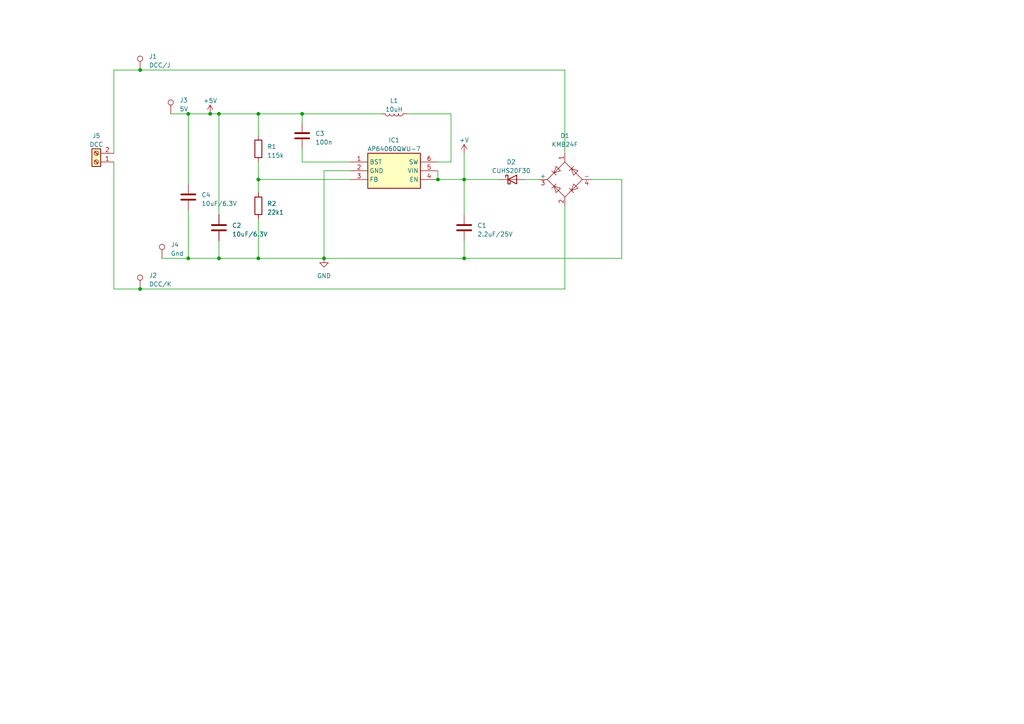
<source format=kicad_sch>
(kicad_sch (version 20230121) (generator eeschema)
  (paper "A4")
  (title_block (title "DC powerfrom DCC") (date "2024-12-01") (rev ".1"))
  (lib_symbols
    (symbol "AP64060QWU-7:AP64060QWU-7"
      (property "Reference" "IC" (at 21.59 7.62 0))
      (property "Value" "AP64060QWU-7" (at 21.59 5.08 0))
      (symbol "AP64060QWU-7_1_1"
        (rectangle (start 5.08 2.54) (end 20.32 -7.62) (stroke (width 0.254)) (fill (type background)))
        (pin passive line (at 0 0 0) (length 5.08) (name "BST") (number "1"))
        (pin passive line (at 0 -2.54 0) (length 5.08) (name "GND") (number "2"))
        (pin passive line (at 0 -5.08 0) (length 5.08) (name "FB") (number "3"))
        (pin passive line (at 25.4 -5.08 180) (length 5.08) (name "EN") (number "4"))
        (pin passive line (at 25.4 -2.54 180) (length 5.08) (name "VIN") (number "5"))
        (pin passive line (at 25.4 0 180) (length 5.08) (name "SW") (number "6"))
      )
    )
    (symbol "Additional:+V" (power) (pin_names (offset 0))
      (property "Value" "+V" (at 0 3.556 0))
      (symbol "+V_0_1"
        (polyline (pts (xy -0.762 1.27) (xy 0 2.54)))
        (polyline (pts (xy 0 0) (xy 0 2.54)))
        (polyline (pts (xy 0 2.54) (xy 0.762 1.27)))
      )
      (symbol "+V_1_1"
        (pin power_in line (at 0 0 90) (length 0) hide (name "+V") (number "1"))
      )
    )
    (symbol "Additional:KMB24F" (pin_names (offset 0))
      (property "Reference" "D" (at 2.54 6.985 0))
      (property "Value" "KMB24F" (at 2.54 5.08 0))
      (symbol "KMB24F_0_1"
        (polyline (pts (xy -2.54 3.81) (xy -1.27 2.54)))
        (polyline (pts (xy -1.27 -2.54) (xy -2.54 -3.81)))
        (polyline (pts (xy 2.54 -1.27) (xy 3.81 -2.54)))
        (polyline (pts (xy 2.54 1.27) (xy 3.81 2.54)))
        (polyline (pts (xy -3.81 2.54) (xy -2.54 1.27) (xy -1.905 3.175) (xy -3.81 2.54)))
        (polyline (pts (xy -2.54 -1.27) (xy -3.81 -2.54) (xy -1.905 -3.175) (xy -2.54 -1.27)))
        (polyline (pts (xy 1.27 2.54) (xy 2.54 3.81) (xy 3.175 1.905) (xy 1.27 2.54)))
        (polyline (pts (xy 3.175 -1.905) (xy 1.27 -2.54) (xy 2.54 -3.81) (xy 3.175 -1.905)))
        (polyline (pts (xy -5.08 0) (xy 0 -5.08) (xy 5.08 0) (xy 0 5.08) (xy -5.08 0)))
      )
      (symbol "KMB24F_1_1"
        (pin power_in line (at 0 -7.62 90) (length 2.54) (name "~") (number "1"))
        (pin power_in line (at 0 7.62 270) (length 2.54) (name "~") (number "2"))
        (pin power_out line (at 7.62 0 180) (length 2.54) (name "+") (number "3"))
        (pin power_out line (at -7.62 0 0) (length 2.54) (name "-") (number "4"))
      )
    )
    (symbol "Connector:Screw_Terminal_01x02" (pin_names (offset 1.016) hide)
      (property "Reference" "J" (at 0 2.54 0))
      (property "Value" "Screw_Terminal_01x02" (at 0 -5.08 0))
      (symbol "Screw_Terminal_01x02_1_1"
        (rectangle (start -1.27 1.27) (end 1.27 -3.81) (stroke (width 0.254)) (fill (type background)))
        (circle (center 0 -2.54) (radius 0.635) (stroke (width 0.1524)))
        (polyline (pts (xy -0.5334 -2.2098) (xy 0.3302 -3.048)) (stroke (width 0.1524)))
        (polyline (pts (xy -0.5334 0.3302) (xy 0.3302 -0.508)) (stroke (width 0.1524)))
        (polyline (pts (xy -0.3556 -2.032) (xy 0.508 -2.8702)) (stroke (width 0.1524)))
        (polyline (pts (xy -0.3556 0.508) (xy 0.508 -0.3302)) (stroke (width 0.1524)))
        (circle (center 0 0) (radius 0.635) (stroke (width 0.1524)))
        (pin passive line (at -5.08 0 0) (length 3.81) (name "Pin_1") (number "1"))
        (pin passive line (at -5.08 -2.54 0) (length 3.81) (name "Pin_2") (number "2"))
      )
    )
    (symbol "Connector:TestPoint" (pin_numbers hide) (pin_names (offset 0.762) hide)
      (property "Reference" "TP" (at 0 6.858 0))
      (property "Value" "TestPoint" (at 0 5.08 0))
      (symbol "TestPoint_0_1"
        (circle (center 0 3.302) (radius 0.762))
      )
      (symbol "TestPoint_1_1"
        (pin passive line (at 0 0 90) (length 2.54) (name "1") (number "1"))
      )
    )
    (symbol "Device:C" (pin_numbers hide) (pin_names (offset 0.254))
      (property "Reference" "C" (at 0.635 2.54 0))
      (property "Value" "C" (at 0.635 -2.54 0))
      (symbol "C_0_1"
        (polyline (pts (xy -2.032 -0.762) (xy 2.032 -0.762)) (stroke (width 0.508)))
        (polyline (pts (xy -2.032 0.762) (xy 2.032 0.762)) (stroke (width 0.508)))
      )
      (symbol "C_1_1"
        (pin passive line (at 0 3.81 270) (length 2.794) (name "~") (number "1"))
        (pin passive line (at 0 -3.81 90) (length 2.794) (name "~") (number "2"))
      )
    )
    (symbol "Device:D_Schottky" (pin_numbers hide) (pin_names (offset 1.016) hide)
      (property "Reference" "D" (at 0 2.54 0))
      (property "Value" "D_Schottky" (at 0 -2.54 0))
      (symbol "D_Schottky_0_1"
        (polyline (pts (xy 1.27 0) (xy -1.27 0)))
        (polyline (pts (xy 1.27 1.27) (xy 1.27 -1.27) (xy -1.27 0) (xy 1.27 1.27)) (stroke (width 0.254)))
        (polyline (pts (xy -1.905 0.635) (xy -1.905 1.27) (xy -1.27 1.27) (xy -1.27 -1.27) (xy -0.635 -1.27) (xy -0.635 -0.635)) (stroke (width 0.254)))
      )
      (symbol "D_Schottky_1_1"
        (pin passive line (at -3.81 0 0) (length 2.54) (name "K") (number "1"))
        (pin passive line (at 3.81 0 180) (length 2.54) (name "A") (number "2"))
      )
    )
    (symbol "Device:L" (pin_numbers hide) (pin_names (offset 1.016) hide)
      (property "Reference" "L" (at -1.27 0 90))
      (property "Value" "L" (at 1.905 0 90))
      (symbol "L_0_1"
        (arc (start 0 -2.54) (mid 0.6323 -1.905) (end 0 -1.27))
        (arc (start 0 -1.27) (mid 0.6323 -0.635) (end 0 0))
        (arc (start 0 0) (mid 0.6323 0.635) (end 0 1.27))
        (arc (start 0 1.27) (mid 0.6323 1.905) (end 0 2.54))
      )
      (symbol "L_1_1"
        (pin passive line (at 0 3.81 270) (length 1.27) (name "1") (number "1"))
        (pin passive line (at 0 -3.81 90) (length 1.27) (name "2") (number "2"))
      )
    )
    (symbol "Device:R" (pin_numbers hide) (pin_names (offset 0))
      (property "Reference" "R" (at 2.032 0 90))
      (property "Value" "R" (at 0 0 90))
      (symbol "R_0_1"
        (rectangle (start -1.016 -2.54) (end 1.016 2.54) (stroke (width 0.254)))
      )
      (symbol "R_1_1"
        (pin passive line (at 0 3.81 270) (length 1.27) (name "~") (number "1"))
        (pin passive line (at 0 -3.81 90) (length 1.27) (name "~") (number "2"))
      )
    )
    (symbol "power:+5V" (power) (pin_names (offset 0))
      (property "Value" "+5V" (at 0 3.556 0))
      (symbol "+5V_0_1"
        (polyline (pts (xy -0.762 1.27) (xy 0 2.54)))
        (polyline (pts (xy 0 0) (xy 0 2.54)))
        (polyline (pts (xy 0 2.54) (xy 0.762 1.27)))
      )
      (symbol "+5V_1_1"
        (pin power_in line (at 0 0 90) (length 0) hide (name "+5V") (number "1"))
      )
    )
    (symbol "power:GND" (power) (pin_names (offset 0))
      (property "Value" "GND" (at 0 -3.81 0))
      (symbol "GND_0_1"
        (polyline (pts (xy 0 0) (xy 0 -1.27) (xy 1.27 -1.27) (xy 0 -2.54) (xy -1.27 -1.27) (xy 0 -1.27)))
      )
      (symbol "GND_1_1"
        (pin power_in line (at 0 0 270) (length 0) hide (name "GND") (number "1"))
      )
    )
  )
  (junction (at 63.5 33.02))
  (junction (at 40.64 20.32))
  (junction (at 87.63 33.02))
  (junction (at 134.62 74.93))
  (junction (at 74.93 33.02))
  (junction (at 63.5 74.93))
  (junction (at 54.61 74.93))
  (junction (at 60.96 33.02))
  (junction (at 40.64 83.82))
  (junction (at 74.93 52.07))
  (junction (at 127 52.07))
  (junction (at 54.61 33.02))
  (junction (at 134.62 52.07))
  (junction (at 74.93 74.93))
  (junction (at 93.98 74.93))
  (wire (pts (xy 180.34 74.93) (xy 180.34 52.07)))
  (wire (pts (xy 93.98 49.53) (xy 93.98 74.93)))
  (wire (pts (xy 63.5 33.02) (xy 74.93 33.02)))
  (wire (pts (xy 63.5 33.02) (xy 63.5 62.23)))
  (wire (pts (xy 40.64 83.82) (xy 163.83 83.82)))
  (wire (pts (xy 63.5 69.85) (xy 63.5 74.93)))
  (wire (pts (xy 74.93 63.5) (xy 74.93 74.93)))
  (wire (pts (xy 118.11 33.02) (xy 130.81 33.02)))
  (wire (pts (xy 180.34 52.07) (xy 171.45 52.07)))
  (wire (pts (xy 163.83 20.32) (xy 163.83 44.45)))
  (wire (pts (xy 163.83 83.82) (xy 163.83 59.69)))
  (wire (pts (xy 127 49.53) (xy 127 52.07)))
  (wire (pts (xy 127 52.07) (xy 134.62 52.07)))
  (wire (pts (xy 40.64 20.32) (xy 33.02 20.32)))
  (wire (pts (xy 130.81 33.02) (xy 130.81 46.99)))
  (wire (pts (xy 87.63 43.18) (xy 87.63 46.99)))
  (wire (pts (xy 152.4 52.07) (xy 156.21 52.07)))
  (wire (pts (xy 134.62 52.07) (xy 144.78 52.07)))
  (wire (pts (xy 134.62 52.07) (xy 134.62 62.23)))
  (wire (pts (xy 101.6 52.07) (xy 74.93 52.07)))
  (wire (pts (xy 54.61 33.02) (xy 60.96 33.02)))
  (wire (pts (xy 33.02 83.82) (xy 33.02 46.99)))
  (wire (pts (xy 46.99 74.93) (xy 54.61 74.93)))
  (wire (pts (xy 87.63 33.02) (xy 110.49 33.02)))
  (wire (pts (xy 60.96 33.02) (xy 63.5 33.02)))
  (wire (pts (xy 54.61 60.96) (xy 54.61 74.93)))
  (wire (pts (xy 74.93 33.02) (xy 87.63 33.02)))
  (wire (pts (xy 87.63 33.02) (xy 87.63 35.56)))
  (wire (pts (xy 54.61 74.93) (xy 63.5 74.93)))
  (wire (pts (xy 134.62 74.93) (xy 180.34 74.93)))
  (wire (pts (xy 54.61 33.02) (xy 54.61 53.34)))
  (wire (pts (xy 87.63 46.99) (xy 101.6 46.99)))
  (wire (pts (xy 74.93 33.02) (xy 74.93 39.37)))
  (wire (pts (xy 74.93 52.07) (xy 74.93 55.88)))
  (wire (pts (xy 40.64 83.82) (xy 33.02 83.82)))
  (wire (pts (xy 33.02 20.32) (xy 33.02 44.45)))
  (wire (pts (xy 134.62 69.85) (xy 134.62 74.93)))
  (wire (pts (xy 134.62 44.45) (xy 134.62 52.07)))
  (wire (pts (xy 40.64 20.32) (xy 163.83 20.32)))
  (wire (pts (xy 74.93 74.93) (xy 93.98 74.93)))
  (wire (pts (xy 130.81 46.99) (xy 127 46.99)))
  (wire (pts (xy 49.53 33.02) (xy 54.61 33.02)))
  (wire (pts (xy 101.6 49.53) (xy 93.98 49.53)))
  (wire (pts (xy 63.5 74.93) (xy 74.93 74.93)))
  (wire (pts (xy 134.62 74.93) (xy 93.98 74.93)))
  (wire (pts (xy 74.93 46.99) (xy 74.93 52.07)))
  (symbol (lib_id "power:+5V") (at 60.96 33.02 0) (unit 1)
    (property "Reference" "#PWR01" (effects hide))
    (property "Value" "+5V" (at 60.96 29.21 0))
  )
  (symbol (lib_id "Device:C") (at 87.63 39.37 0) (unit 1)
    (property "Reference" "C3" (at 91.44 38.735 0) (effects (justify left)))
    (property "Value" "100n" (at 91.44 41.275 0) (effects (justify left)))
    (property "Footprint" "Capacitor_SMD:C_1206_3216Metric" (effects hide))
  )
  (symbol (lib_id "Device:R") (at 74.93 59.69 0) (unit 1)
    (property "Reference" "R2" (at 77.47 59.055 0) (effects (justify left)))
    (property "Value" "22k1" (at 77.47 61.595 0) (effects (justify left)))
    (property "Footprint" "Resistor_SMD:R_1206_3216Metric" (effects hide))
  )
  (symbol (lib_id "Connector:TestPoint") (at 40.64 83.82 0) (unit 1)
    (property "Reference" "J2" (at 43.18 79.883 0) (effects (justify left)))
    (property "Value" "DCC/K" (at 43.18 82.423 0) (effects (justify left)))
    (property "Footprint" "TestPoint:TestPoint_Pad_D2.0mm" (effects hide))
  )
  (symbol (lib_id "Additional:KMB24F") (at 163.83 52.07 180) (unit 1)
    (property "Reference" "D1" (at 163.83 39.37 0))
    (property "Value" "KMB24F" (at 163.83 41.91 0))
    (property "Footprint" "Package_TO_SOT_SMD:TO-269AA" (effects hide))
    (property "Datasheet" "https://datasheet.lcsc.com/lcsc/2010151636_FUXINSEMI-KMB24F_C880910.pdf" (effects hide))
    (property "Comment" "TO-269AA = MBS" (effects hide))
  )
  (symbol (lib_id "Device:C") (at 54.61 57.15 0) (unit 1)
    (property "Reference" "C4" (at 58.42 56.515 0) (effects (justify left)))
    (property "Value" "10uF/6.3V" (at 58.42 59.055 0) (effects (justify left)))
    (property "Footprint" "Capacitor_SMD:C_1206_3216Metric" (effects hide))
  )
  (symbol (lib_id "AP64060QWU-7:AP64060QWU-7") (at 101.6 46.99 0) (unit 1)
    (property "Reference" "IC1" (at 114.3 40.64 0))
    (property "Value" "AP64060QWU-7" (at 114.3 43.18 0))
    (property "Footprint" "Package_TO_SOT_SMD:SOT-23-6" (effects hide))
    (property "Datasheet" "https://www.diodes.com//assets/Datasheets/AP64060.pdf" (effects hide))
    (property "Height" "1" (effects hide))
    (property "Mouser Part Number" "621-AP64060QWU-7" (effects hide))
    (property "Mouser Price/Stock" "https://www.mouser.co.uk/ProductDetail/Diodes-Incorporated/AP64060QWU-7?qs=Li%252BoUPsLEnvtPycFvZmEcQ%3D%3D" (effects hide))
    (property "Manufacturer_Name" "Diodes Incorporated" (effects hide))
    (property "Manufacturer_Part_Number" "AP64060QWU-7" (effects hide))
  )
  (symbol (lib_id "Connector:TestPoint") (at 46.99 74.93 0) (unit 1)
    (property "Reference" "J4" (at 49.53 70.993 0) (effects (justify left)))
    (property "Value" "Gnd" (at 49.53 73.533 0) (effects (justify left)))
    (property "Footprint" "TestPoint:TestPoint_Pad_D2.0mm" (effects hide))
  )
  (symbol (lib_id "Device:C") (at 134.62 66.04 0) (unit 1)
    (property "Reference" "C1" (at 138.43 65.405 0) (effects (justify left)))
    (property "Value" "2.2uF/25V" (at 138.43 67.945 0) (effects (justify left)))
    (property "Footprint" "Capacitor_SMD:C_1206_3216Metric" (effects hide))
  )
  (symbol (lib_id "Additional:+V") (at 134.62 44.45 0) (unit 1)
    (property "Reference" "#PWR03" (effects hide))
    (property "Value" "+V" (at 134.62 40.64 0))
  )
  (symbol (lib_id "Device:L") (at 114.3 33.02 270) (unit 1)
    (property "Reference" "L1" (at 114.3 29.21 90))
    (property "Value" "10uH" (at 114.3 31.75 90))
    (property "Footprint" "Inductor_SMD_Wurth:L_Wurth_WE-LQSH-2010" (effects hide))
  )
  (symbol (lib_id "Connector:Screw_Terminal_01x02") (at 27.94 46.99 180) (unit 1)
    (property "Reference" "J5" (at 27.94 39.37 0))
    (property "Value" "DCC" (at 27.94 41.91 0))
    (property "Footprint" "TerminalBlock_Phoenix:TerminalBlock_Phoenix_PT-1,5-2-3.5-H_1x02_P3.50mm_Horizontal" (effects hide))
  )
  (symbol (lib_id "power:GND") (at 93.98 74.93 0) (unit 1)
    (property "Reference" "#PWR02" (effects hide))
    (property "Value" "GND" (at 93.98 80.01 0))
  )
  (symbol (lib_id "Device:R") (at 74.93 43.18 0) (unit 1)
    (property "Reference" "R1" (at 77.47 42.545 0) (effects (justify left)))
    (property "Value" "115k" (at 77.47 45.085 0) (effects (justify left)))
    (property "Footprint" "Resistor_SMD:R_1206_3216Metric" (effects hide))
  )
  (symbol (lib_id "Device:C") (at 63.5 66.04 0) (unit 1)
    (property "Reference" "C2" (at 67.31 65.405 0) (effects (justify left)))
    (property "Value" "10uF/6.3V" (at 67.31 67.945 0) (effects (justify left)))
    (property "Footprint" "Capacitor_SMD:C_1206_3216Metric" (effects hide))
  )
  (symbol (lib_id "Connector:TestPoint") (at 49.53 33.02 0) (unit 1)
    (property "Reference" "J3" (at 52.07 29.083 0) (effects (justify left)))
    (property "Value" "5V" (at 52.07 31.623 0) (effects (justify left)))
    (property "Footprint" "TestPoint:TestPoint_Pad_D2.0mm" (effects hide))
  )
  (symbol (lib_id "Connector:TestPoint") (at 40.64 20.32 0) (unit 1)
    (property "Reference" "J1" (at 43.18 16.383 0) (effects (justify left)))
    (property "Value" "DCC/J" (at 43.18 18.923 0) (effects (justify left)))
    (property "Footprint" "TestPoint:TestPoint_Pad_D2.0mm" (effects hide))
  )
  (symbol (lib_id "Device:D_Schottky") (at 148.59 52.07 0) (unit 1)
    (property "Reference" "D2" (at 148.2725 46.99 0))
    (property "Value" "CUHS20F30" (at 148.2725 49.53 0))
    (property "Footprint" "Diode_SMD:D_1206_3216Metric" (effects hide))
  )
)
</source>
